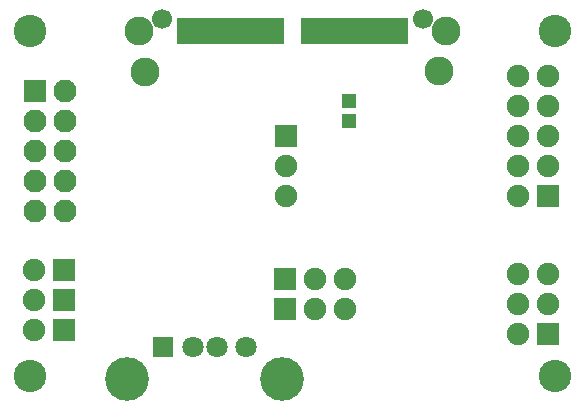
<source format=gbr>
G04 DipTrace 2.4.0.2*
%INBottomMask.gbr*%
%MOIN*%
%ADD50C,0.1083*%
%ADD51C,0.0669*%
%ADD63R,0.0474X0.0513*%
%ADD77C,0.1458*%
%ADD79C,0.071*%
%ADD81R,0.071X0.071*%
%ADD83C,0.0966*%
%ADD85R,0.0206X0.0907*%
%ADD87C,0.0749*%
%ADD89R,0.0749X0.0749*%
%ADD91C,0.0769*%
%ADD93R,0.0769X0.0769*%
%FSLAX44Y44*%
G04*
G70*
G90*
G75*
G01*
%LNBotMask*%
%LPD*%
D93*
X5090Y14440D3*
D91*
Y13440D3*
Y12440D3*
Y11440D3*
Y10440D3*
X6090D3*
Y11440D3*
Y12440D3*
Y13440D3*
Y14440D3*
D50*
X22440Y4940D3*
Y16440D3*
X4940Y4940D3*
Y16440D3*
D89*
X13468Y12941D3*
D87*
Y11941D3*
Y10941D3*
D89*
X22190Y10940D3*
D87*
X21190D3*
X22190Y11940D3*
X21190D3*
X22190Y12940D3*
X21190D3*
X22190Y13940D3*
X21190D3*
X22190Y14940D3*
X21190D3*
D89*
X6053Y6464D3*
D87*
X5053D3*
D85*
X9940Y16440D3*
X10137D3*
X10334D3*
X10530D3*
X10727D3*
X10924D3*
X11121D3*
X11318D3*
X11515D3*
X11711D3*
X11908D3*
X12105D3*
X12302D3*
X12499D3*
X12696D3*
X12893D3*
X13089D3*
X13286D3*
X14074D3*
X14271D3*
X14467D3*
X14664D3*
X14861D3*
X15058D3*
X15255D3*
X15452D3*
X15649D3*
X15845D3*
X16042D3*
X16239D3*
X16436D3*
X16633D3*
X16830D3*
X17026D3*
X17223D3*
X17420D3*
D83*
X8765Y15084D3*
X18790Y16440D3*
X18583Y15093D3*
X8555Y16440D3*
D51*
X9339Y16834D3*
X18021D3*
D81*
X9380Y5898D3*
D79*
X10365D3*
X11152D3*
X12136D3*
D77*
X8172Y4831D3*
X13345D3*
D89*
X13440Y7182D3*
D87*
X14440D3*
X15440D3*
D89*
X13440Y8190D3*
D87*
X14440D3*
X15440D3*
D89*
X6053Y7464D3*
D87*
X5053D3*
D89*
X6053Y8464D3*
D87*
X5053D3*
D89*
X22187Y6336D3*
D87*
X21187D3*
X22187Y7336D3*
X21187D3*
X22187Y8336D3*
X21187D3*
D63*
X15560Y14115D3*
Y13445D3*
M02*

</source>
